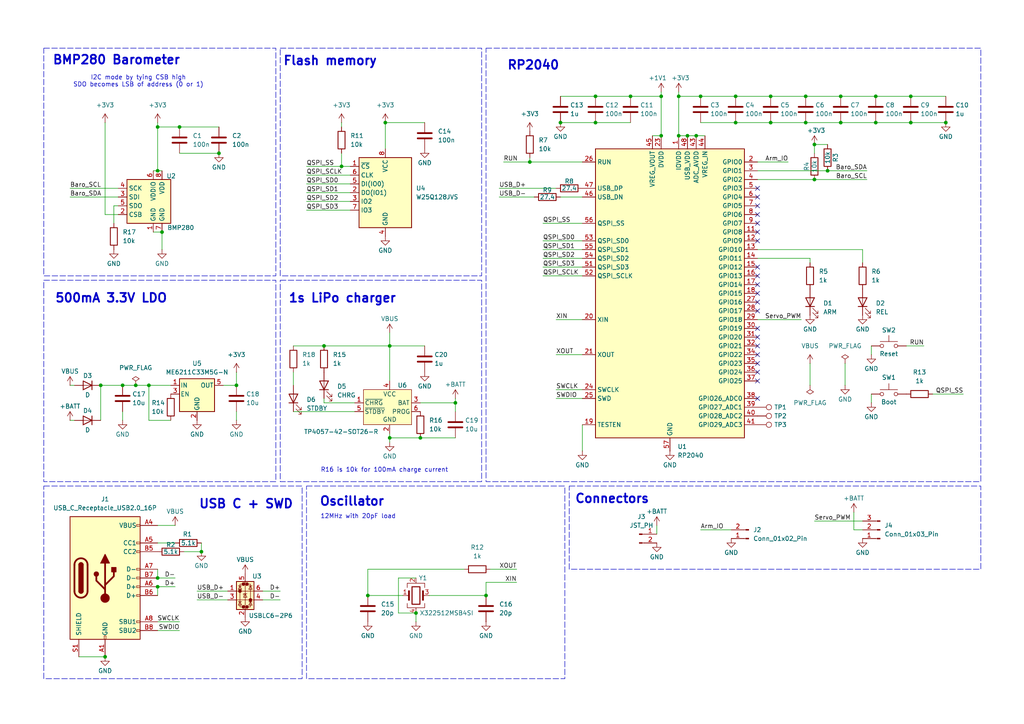
<source format=kicad_sch>
(kicad_sch (version 20231120) (generator "eeschema") (generator_version "8.0")
  (paper "A4")
  (junction (at 132.08 116.84))
  (junction (at 140.97 172.72))
  (junction (at 203.2 27.94))
  (junction (at 236.22 52.07))
  (junction (at 30.48 190.5))
  (junction (at 213.36 27.94))
  (junction (at 93.98 100.33))
  (junction (at 264.16 27.94))
  (junction (at 63.5 44.45))
  (junction (at 43.18 111.76))
  (junction (at 274.32 35.56))
  (junction (at 223.52 35.56))
  (junction (at 120.65 177.8))
  (junction (at 264.16 35.56))
  (junction (at 106.68 172.72))
  (junction (at 39.37 111.76))
  (junction (at 29.21 111.76))
  (junction (at 111.76 35.56))
  (junction (at 236.22 41.91))
  (junction (at 45.72 36.83))
  (junction (at 113.03 127))
  (junction (at 233.68 35.56))
  (junction (at 99.06 48.26))
  (junction (at 68.58 111.76))
  (junction (at 172.72 27.94))
  (junction (at 196.85 39.37))
  (junction (at 191.77 27.94))
  (junction (at 52.07 36.83))
  (junction (at 162.56 35.56))
  (junction (at 199.39 39.37))
  (junction (at 46.99 67.31))
  (junction (at 45.72 167.64))
  (junction (at 213.36 35.56))
  (junction (at 201.93 39.37))
  (junction (at 121.92 127))
  (junction (at 191.77 39.37))
  (junction (at 153.67 46.99))
  (junction (at 243.84 35.56))
  (junction (at 223.52 27.94))
  (junction (at 233.68 27.94))
  (junction (at 45.72 49.53))
  (junction (at 172.72 35.56))
  (junction (at 35.56 111.76))
  (junction (at 240.03 49.53))
  (junction (at 254 35.56))
  (junction (at 243.84 27.94))
  (junction (at 58.42 160.02))
  (junction (at 113.03 100.33))
  (junction (at 196.85 27.94))
  (junction (at 45.72 170.18))
  (junction (at 254 27.94))
  (junction (at 182.88 27.94))
  (no_connect (at 219.71 69.85))
  (no_connect (at 219.71 115.57))
  (no_connect (at 219.71 54.61))
  (no_connect (at 219.71 67.31))
  (no_connect (at 219.71 77.47))
  (no_connect (at 219.71 85.09))
  (no_connect (at 219.71 102.87))
  (no_connect (at 219.71 62.23))
  (no_connect (at 219.71 110.49))
  (no_connect (at 219.71 105.41))
  (no_connect (at 219.71 82.55))
  (no_connect (at 219.71 90.17))
  (no_connect (at 219.71 57.15))
  (no_connect (at 219.71 80.01))
  (no_connect (at 219.71 95.25))
  (no_connect (at 219.71 59.69))
  (no_connect (at 219.71 64.77))
  (no_connect (at 219.71 97.79))
  (no_connect (at 219.71 107.95))
  (no_connect (at 219.71 100.33))
  (no_connect (at 219.71 87.63))
  (wire (pts (xy 45.72 36.83) (xy 52.07 36.83)))
  (wire (pts (xy 270.51 114.3) (xy 279.4 114.3)))
  (wire (pts (xy 243.84 27.94) (xy 254 27.94)))
  (wire (pts (xy 44.45 67.31) (xy 46.99 67.31)))
  (wire (pts (xy 161.29 115.57) (xy 168.91 115.57)))
  (wire (pts (xy 161.29 113.03) (xy 168.91 113.03)))
  (wire (pts (xy 196.85 26.67) (xy 196.85 27.94)))
  (wire (pts (xy 22.86 190.5) (xy 30.48 190.5)))
  (wire (pts (xy 240.03 49.53) (xy 251.46 49.53)))
  (wire (pts (xy 76.2 173.99) (xy 81.28 173.99)))
  (wire (pts (xy 43.18 111.76) (xy 49.53 111.76)))
  (wire (pts (xy 254 27.94) (xy 264.16 27.94)))
  (wire (pts (xy 30.48 35.56) (xy 30.48 62.23)))
  (wire (pts (xy 33.02 59.69) (xy 33.02 64.77)))
  (wire (pts (xy 93.98 116.84) (xy 93.98 115.57)))
  (wire (pts (xy 45.72 170.18) (xy 50.8 170.18)))
  (wire (pts (xy 20.32 54.61) (xy 34.29 54.61)))
  (wire (pts (xy 262.89 100.33) (xy 267.97 100.33)))
  (wire (pts (xy 88.9 58.42) (xy 101.6 58.42)))
  (wire (pts (xy 264.16 35.56) (xy 274.32 35.56)))
  (wire (pts (xy 35.56 119.38) (xy 35.56 121.92)))
  (wire (pts (xy 106.68 165.1) (xy 106.68 172.72)))
  (wire (pts (xy 88.9 53.34) (xy 101.6 53.34)))
  (wire (pts (xy 45.72 35.56) (xy 45.72 36.83)))
  (wire (pts (xy 203.2 153.67) (xy 212.09 153.67)))
  (wire (pts (xy 57.15 173.99) (xy 66.04 173.99)))
  (wire (pts (xy 121.92 116.84) (xy 132.08 116.84)))
  (wire (pts (xy 124.46 172.72) (xy 140.97 172.72)))
  (wire (pts (xy 245.11 105.41) (xy 245.11 111.76)))
  (wire (pts (xy 203.2 35.56) (xy 213.36 35.56)))
  (wire (pts (xy 190.5 154.94) (xy 190.5 152.4)))
  (wire (pts (xy 45.72 167.64) (xy 50.8 167.64)))
  (wire (pts (xy 50.8 157.48) (xy 45.72 157.48)))
  (wire (pts (xy 132.08 119.38) (xy 132.08 116.84)))
  (wire (pts (xy 203.2 27.94) (xy 213.36 27.94)))
  (wire (pts (xy 111.76 43.18) (xy 111.76 35.56)))
  (wire (pts (xy 199.39 39.37) (xy 201.93 39.37)))
  (wire (pts (xy 213.36 35.56) (xy 223.52 35.56)))
  (wire (pts (xy 44.45 49.53) (xy 45.72 49.53)))
  (wire (pts (xy 234.95 74.93) (xy 219.71 74.93)))
  (wire (pts (xy 53.34 160.02) (xy 58.42 160.02)))
  (wire (pts (xy 189.23 39.37) (xy 191.77 39.37)))
  (wire (pts (xy 102.87 116.84) (xy 93.98 116.84)))
  (wire (pts (xy 45.72 36.83) (xy 45.72 49.53)))
  (wire (pts (xy 29.21 111.76) (xy 35.56 111.76)))
  (wire (pts (xy 140.97 168.91) (xy 140.97 172.72)))
  (wire (pts (xy 161.29 92.71) (xy 168.91 92.71)))
  (wire (pts (xy 85.09 111.76) (xy 85.09 107.95)))
  (wire (pts (xy 68.58 121.92) (xy 68.58 119.38)))
  (wire (pts (xy 219.71 92.71) (xy 232.41 92.71)))
  (wire (pts (xy 247.65 153.67) (xy 250.19 153.67)))
  (wire (pts (xy 219.71 72.39) (xy 250.19 72.39)))
  (wire (pts (xy 172.72 27.94) (xy 182.88 27.94)))
  (wire (pts (xy 254 35.56) (xy 264.16 35.56)))
  (wire (pts (xy 223.52 27.94) (xy 233.68 27.94)))
  (wire (pts (xy 213.36 27.94) (xy 223.52 27.94)))
  (wire (pts (xy 234.95 105.41) (xy 234.95 111.76)))
  (wire (pts (xy 191.77 27.94) (xy 191.77 39.37)))
  (wire (pts (xy 252.73 116.84) (xy 252.73 114.3)))
  (wire (pts (xy 219.71 52.07) (xy 236.22 52.07)))
  (wire (pts (xy 45.72 180.34) (xy 52.07 180.34)))
  (wire (pts (xy 201.93 39.37) (xy 204.47 39.37)))
  (wire (pts (xy 236.22 41.91) (xy 240.03 41.91)))
  (wire (pts (xy 121.92 127) (xy 132.08 127)))
  (wire (pts (xy 45.72 152.4) (xy 50.8 152.4)))
  (wire (pts (xy 43.18 121.92) (xy 43.18 111.76)))
  (wire (pts (xy 45.72 165.1) (xy 45.72 167.64)))
  (wire (pts (xy 85.09 100.33) (xy 93.98 100.33)))
  (wire (pts (xy 113.03 96.52) (xy 113.03 100.33)))
  (wire (pts (xy 64.77 111.76) (xy 68.58 111.76)))
  (wire (pts (xy 29.21 111.76) (xy 29.21 121.92)))
  (wire (pts (xy 68.58 107.95) (xy 68.58 111.76)))
  (wire (pts (xy 250.19 72.39) (xy 250.19 76.2)))
  (wire (pts (xy 196.85 39.37) (xy 196.85 27.94)))
  (wire (pts (xy 58.42 157.48) (xy 58.42 160.02)))
  (wire (pts (xy 132.08 116.84) (xy 132.08 115.57)))
  (wire (pts (xy 196.85 39.37) (xy 199.39 39.37)))
  (wire (pts (xy 99.06 48.26) (xy 101.6 48.26)))
  (wire (pts (xy 162.56 57.15) (xy 168.91 57.15)))
  (wire (pts (xy 162.56 35.56) (xy 172.72 35.56)))
  (wire (pts (xy 35.56 111.76) (xy 39.37 111.76)))
  (wire (pts (xy 46.99 72.39) (xy 46.99 67.31)))
  (wire (pts (xy 57.15 171.45) (xy 66.04 171.45)))
  (wire (pts (xy 236.22 52.07) (xy 251.46 52.07)))
  (wire (pts (xy 264.16 27.94) (xy 274.32 27.94)))
  (wire (pts (xy 153.67 46.99) (xy 168.91 46.99)))
  (wire (pts (xy 106.68 172.72) (xy 116.84 172.72)))
  (wire (pts (xy 191.77 26.67) (xy 191.77 27.94)))
  (wire (pts (xy 99.06 35.56) (xy 99.06 36.83)))
  (wire (pts (xy 20.32 111.76) (xy 21.59 111.76)))
  (wire (pts (xy 49.53 121.92) (xy 43.18 121.92)))
  (wire (pts (xy 113.03 127) (xy 121.92 127)))
  (wire (pts (xy 134.62 165.1) (xy 106.68 165.1)))
  (wire (pts (xy 161.29 102.87) (xy 168.91 102.87)))
  (wire (pts (xy 52.07 44.45) (xy 63.5 44.45)))
  (wire (pts (xy 88.9 48.26) (xy 99.06 48.26)))
  (wire (pts (xy 157.48 72.39) (xy 168.91 72.39)))
  (wire (pts (xy 233.68 35.56) (xy 243.84 35.56)))
  (wire (pts (xy 88.9 50.8) (xy 101.6 50.8)))
  (wire (pts (xy 142.24 165.1) (xy 149.86 165.1)))
  (wire (pts (xy 196.85 27.94) (xy 203.2 27.94)))
  (wire (pts (xy 233.68 27.94) (xy 243.84 27.94)))
  (wire (pts (xy 39.37 111.76) (xy 43.18 111.76)))
  (wire (pts (xy 172.72 35.56) (xy 182.88 35.56)))
  (wire (pts (xy 113.03 100.33) (xy 123.19 100.33)))
  (wire (pts (xy 20.32 121.92) (xy 21.59 121.92)))
  (wire (pts (xy 45.72 49.53) (xy 46.99 49.53)))
  (wire (pts (xy 88.9 60.96) (xy 101.6 60.96)))
  (wire (pts (xy 157.48 80.01) (xy 168.91 80.01)))
  (wire (pts (xy 34.29 59.69) (xy 33.02 59.69)))
  (wire (pts (xy 144.78 57.15) (xy 154.94 57.15)))
  (wire (pts (xy 34.29 62.23) (xy 30.48 62.23)))
  (wire (pts (xy 153.67 46.99) (xy 153.67 45.72)))
  (wire (pts (xy 234.95 76.2) (xy 234.95 74.93)))
  (wire (pts (xy 20.32 57.15) (xy 34.29 57.15)))
  (wire (pts (xy 236.22 41.91) (xy 236.22 44.45)))
  (wire (pts (xy 146.05 46.99) (xy 153.67 46.99)))
  (wire (pts (xy 113.03 127) (xy 113.03 125.73)))
  (wire (pts (xy 52.07 36.83) (xy 63.5 36.83)))
  (wire (pts (xy 223.52 35.56) (xy 233.68 35.56)))
  (wire (pts (xy 45.72 170.18) (xy 45.72 172.72)))
  (wire (pts (xy 113.03 128.27) (xy 113.03 127)))
  (wire (pts (xy 157.48 69.85) (xy 168.91 69.85)))
  (wire (pts (xy 252.73 102.87) (xy 252.73 100.33)))
  (wire (pts (xy 162.56 27.94) (xy 172.72 27.94)))
  (wire (pts (xy 236.22 151.13) (xy 250.19 151.13)))
  (wire (pts (xy 243.84 35.56) (xy 254 35.56)))
  (wire (pts (xy 149.86 168.91) (xy 140.97 168.91)))
  (wire (pts (xy 144.78 54.61) (xy 161.29 54.61)))
  (wire (pts (xy 157.48 64.77) (xy 168.91 64.77)))
  (wire (pts (xy 219.71 46.99) (xy 228.6 46.99)))
  (wire (pts (xy 168.91 123.19) (xy 168.91 130.81)))
  (wire (pts (xy 120.65 180.34) (xy 120.65 177.8)))
  (wire (pts (xy 111.76 35.56) (xy 123.19 35.56)))
  (wire (pts (xy 157.48 74.93) (xy 168.91 74.93)))
  (wire (pts (xy 88.9 55.88) (xy 101.6 55.88)))
  (wire (pts (xy 113.03 100.33) (xy 113.03 110.49)))
  (wire (pts (xy 191.77 27.94) (xy 182.88 27.94)))
  (wire (pts (xy 76.2 171.45) (xy 81.28 171.45)))
  (wire (pts (xy 247.65 148.59) (xy 247.65 153.67)))
  (wire (pts (xy 85.09 119.38) (xy 102.87 119.38)))
  (wire (pts (xy 93.98 100.33) (xy 113.03 100.33)))
  (wire (pts (xy 115.57 177.8) (xy 120.65 177.8)))
  (wire (pts (xy 157.48 77.47) (xy 168.91 77.47)))
  (wire (pts (xy 219.71 49.53) (xy 240.03 49.53)))
  (wire (pts (xy 99.06 44.45) (xy 99.06 48.26)))
  (wire (pts (xy 45.72 182.88) (xy 52.07 182.88)))
  (wire (pts (xy 115.57 167.64) (xy 115.57 177.8)))
  (wire (pts (xy 120.65 167.64) (xy 115.57 167.64)))
  (rectangle (start 12.7 81.28) (end 80.01 139.7) (stroke (width 0) (type dash)))
  (rectangle (start 12.7 140.97) (end 87.63 196.85) (stroke (width 0) (type dash)))
  (rectangle (start 165.1 140.97) (end 284.48 165.1) (stroke (width 0) (type dash)))
  (rectangle (start 12.7 13.97) (end 80.01 80.01) (stroke (width 0) (type dash)))
  (rectangle (start 140.97 13.97) (end 284.48 139.7) (stroke (width 0) (type dash)))
  (rectangle (start 81.28 81.28) (end 139.7 139.7) (stroke (width 0) (type dash)))
  (rectangle (start 88.9 140.97) (end 163.83 196.85) (stroke (width 0) (type dash)))
  (rectangle (start 81.28 13.97) (end 139.7 80.01) (stroke (width 0) (type dash)))
  (text "R16 is 10k for 100mA charge current\n" (at 111.506 136.398 0) (effects (font (size 1.27 1.27))))
  (text "RP2040" (at 154.686 19.05 0) (effects (font (size 2.54 2.54) (bold yes))))
  (text "12MHz with 20pF load" (at 103.886 149.86 0) (effects (font (size 1.27 1.27))))
  (text "500mA 3.3V LDO" (at 32.258 86.614 0) (effects (font (size 2.54 2.54) (bold yes))))
  (text "Oscillator" (at 102.108 145.542 0) (effects (font (size 2.54 2.54) (bold yes))))
  (text "1s LiPo charger\n" (at 99.314 86.614 0) (effects (font (size 2.54 2.54) (bold yes))))
  (text "USB C + SWD" (at 71.374 146.304 0) (effects (font (size 2.54 2.54) (bold yes))))
  (text "Flash memory" (at 95.758 17.78 0) (effects (font (size 2.54 2.54) (bold yes))))
  (text "Connectors" (at 177.546 144.78 0) (effects (font (size 2.54 2.54) (bold yes))))
  (text "BMP280 Barometer" (at 33.782 17.526 0) (effects (font (size 2.54 2.54) (bold yes))))
  (text "I2C mode by tying CSB high\nSDO becomes LSB of address (0 or 1)" (at 40.132 23.622 0) (effects (font (size 1.27 1.27))))
  (label "QSPI_SS" (at 279.4 114.3 180))
  (label "XIN" (at 161.29 92.71 0))
  (label "D+" (at 50.8 170.18 180))
  (label "D-" (at 81.28 173.99 180))
  (label "RUN" (at 146.05 46.99 0))
  (label "Arm_IO" (at 228.6 46.99 180))
  (label "Baro_SDA" (at 20.32 57.15 0))
  (label "QSPI_SS" (at 157.48 64.77 0))
  (label "D+" (at 81.28 171.45 180))
  (label "SWCLK" (at 52.07 180.34 180))
  (label "QSPI_SS" (at 88.9 48.26 0))
  (label "QSPI_SD0" (at 157.48 69.85 0))
  (label "QSPI_SD2" (at 88.9 58.42 0))
  (label "USB_D-" (at 57.15 173.99 0))
  (label "XIN" (at 149.86 168.91 180))
  (label "USB_D-" (at 144.78 57.15 0))
  (label "SWCLK" (at 161.29 113.03 0))
  (label "QSPI_SCLK" (at 88.9 50.8 0))
  (label "USB_D+" (at 57.15 171.45 0))
  (label "Baro_SDA" (at 251.46 49.53 180))
  (label "Servo_PWM" (at 236.22 151.13 0))
  (label "QSPI_SD3" (at 88.9 60.96 0))
  (label "SWDIO" (at 52.07 182.88 180))
  (label "QSPI_SD0" (at 88.9 53.34 0))
  (label "USB_D+" (at 144.78 54.61 0))
  (label "QSPI_SD1" (at 88.9 55.88 0))
  (label "QSPI_SD3" (at 157.48 77.47 0))
  (label "XOUT" (at 149.86 165.1 180))
  (label "SWDIO" (at 161.29 115.57 0))
  (label "XOUT" (at 161.29 102.87 0))
  (label "Servo_PWM" (at 232.41 92.71 180))
  (label "Arm_IO" (at 203.2 153.67 0))
  (label "QSPI_SCLK" (at 157.48 80.01 0))
  (label "Baro_SCL" (at 20.32 54.61 0))
  (label "RUN" (at 267.97 100.33 180))
  (label "Baro_SCL" (at 251.46 52.07 180))
  (label "QSPI_SD1" (at 157.48 72.39 0))
  (label "D-" (at 50.8 167.64 180))
  (label "QSPI_SD2" (at 157.48 74.93 0))
  (symbol (lib_id "Device:R") (at 236.22 48.26 180) (unit 1)
    (property "Reference" "R4" (at 233.934 48.26 90))
    (property "Value" "10k" (at 236.22 48.26 90))
    (property "Footprint" "Resistor_SMD:R_0603_1608Metric_Pad0.98x0.95mm_HandSolder" (effects (hide yes)))
    (property "Description" "Resistor" (effects (hide yes)))
  )
  (symbol (lib_id "MCU_RaspberryPi:RP2040") (at 194.31 85.09 0) (unit 1)
    (property "Reference" "U1" (at 196.5041 129.54 0) (effects (justify left)))
    (property "Value" "RP2040" (at 196.5041 132.08 0) (effects (justify left)))
    (property "Footprint" "Package_DFN_QFN:QFN-56-1EP_7x7mm_P0.4mm_EP3.2x3.2mm" (effects (hide yes)))
    (property "Datasheet" "https://datasheets.raspberrypi.com/rp2040/rp2040-datasheet.pdf" (effects (hide yes)))
    (property "Description" "A microcontroller by Raspberry Pi" (effects (hide yes)))
  )
  (symbol (lib_id "power:GND") (at 111.76 68.58 0) (unit 1)
    (property "Reference" "#PWR022" (effects (hide yes)))
    (property "Value" "GND" (at 111.76 72.644 0))
    (property "Description" "Power symbol creates a global label with name \"GND\" , ground" (effects (hide yes)))
  )
  (symbol (lib_id "Device:LED") (at 234.95 87.63 90) (unit 1)
    (property "Reference" "D1" (at 238.76 87.9474 90) (effects (justify right)))
    (property "Value" "ARM" (at 238.76 90.4874 90) (effects (justify right)))
    (property "Footprint" "LED_SMD:LED_0603_1608Metric_Pad1.05x0.95mm_HandSolder" (effects (hide yes)))
    (property "Description" "Light emitting diode" (effects (hide yes)))
  )
  (symbol (lib_id "Device:R") (at 250.19 80.01 0) (unit 1)
    (property "Reference" "R6" (at 252.73 78.7399 0) (effects (justify left)))
    (property "Value" "1k" (at 252.73 81.2799 0) (effects (justify left)))
    (property "Footprint" "Resistor_SMD:R_0603_1608Metric_Pad0.98x0.95mm_HandSolder" (effects (hide yes)))
    (property "Description" "Resistor" (effects (hide yes)))
  )
  (symbol (lib_id "power:GND") (at 168.91 130.81 0) (unit 1)
    (property "Reference" "#PWR07" (effects (hide yes)))
    (property "Value" "GND" (at 168.91 134.874 0))
    (property "Description" "Power symbol creates a global label with name \"GND\" , ground" (effects (hide yes)))
  )
  (symbol (lib_id "Device:R") (at 93.98 104.14 0) (unit 1)
    (property "Reference" "R15" (at 96.52 102.8699 0) (effects (justify left)))
    (property "Value" "1k" (at 96.52 105.4099 0) (effects (justify left)))
    (property "Footprint" "Resistor_SMD:R_0603_1608Metric_Pad0.98x0.95mm_HandSolder" (effects (hide yes)))
    (property "Description" "Resistor" (effects (hide yes)))
  )
  (symbol (lib_id "power:VBUS") (at 71.12 166.37 0) (unit 1)
    (property "Reference" "#PWR02" (effects (hide yes)))
    (property "Value" "VBUS" (at 71.12 162.306 0))
    (property "Description" "Power symbol creates a global label with name \"VBUS\"" (effects (hide yes)))
  )
  (symbol (lib_id "power:+1V1") (at 191.77 26.67 0) (unit 1)
    (property "Reference" "#PWR019" (effects (hide yes)))
    (property "Value" "+1V1" (at 190.754 22.606 0))
    (property "Description" "Power symbol creates a global label with name \"+1V1\"" (effects (hide yes)))
  )
  (symbol (lib_id "power:GND") (at 250.19 156.21 0) (unit 1)
    (property "Reference" "#PWR043" (effects (hide yes)))
    (property "Value" "GND" (at 250.19 160.274 0))
    (property "Description" "Power symbol creates a global label with name \"GND\" , ground" (effects (hide yes)))
  )
  (symbol (lib_id "Connector:USB_C_Receptacle_USB2.0_16P") (at 30.48 167.64 0) (unit 1)
    (property "Reference" "J1" (at 30.48 144.78 0))
    (property "Value" "USB_C_Receptacle_USB2.0_16P" (at 30.48 147.32 0))
    (property "Footprint" "Connector_USB:USB_C_Receptacle_GCT_USB4105-xx-A_16P_TopMnt_Horizontal" (effects (hide yes)))
    (property "Datasheet" "https://www.usb.org/sites/default/files/documents/usb_type-c.zip" (effects (hide yes)))
    (property "Description" "USB 2.0-only 16P Type-C Receptacle connector" (effects (hide yes)))
  )
  (symbol (lib_id "Device:R") (at 240.03 45.72 0) (unit 1)
    (property "Reference" "R3" (at 242.316 45.72 90))
    (property "Value" "10k" (at 240.03 45.72 90))
    (property "Footprint" "Resistor_SMD:R_0603_1608Metric_Pad0.98x0.95mm_HandSolder" (effects (hide yes)))
    (property "Description" "Resistor" (effects (hide yes)))
  )
  (symbol (lib_id "power:GND") (at 212.09 156.21 0) (unit 1)
    (property "Reference" "#PWR021" (effects (hide yes)))
    (property "Value" "GND" (at 212.09 160.274 0))
    (property "Description" "Power symbol creates a global label with name \"GND\" , ground" (effects (hide yes)))
  )
  (symbol (lib_id "Connector:TestPoint") (at 219.71 123.19 270) (unit 1)
    (property "Reference" "TP3" (at 224.536 123.19 90) (effects (justify left)))
    (property "Value" "TestPoint" (effects (hide yes)))
    (property "Footprint" "TestPoint:TestPoint_Pad_D1.0mm" (effects (hide yes)))
    (property "Description" "test point" (effects (hide yes)))
  )
  (symbol (lib_id "power:GND") (at 58.42 160.02 0) (unit 1)
    (property "Reference" "#PWR05" (effects (hide yes)))
    (property "Value" "GND" (at 58.42 164.084 0))
    (property "Description" "Power symbol creates a global label with name \"GND\" , ground" (effects (hide yes)))
  )
  (symbol (lib_id "Connector:Conn_01x02_Pin") (at 185.42 154.94 0) (unit 1)
    (property "Reference" "J3" (at 186.055 149.86 0))
    (property "Value" "JST_PH" (at 186.055 152.4 0))
    (property "Footprint" "Connector_JST:JST_PH_S2B-PH-SM4-TB_1x02-1MP_P2.00mm_Horizontal" (effects (hide yes)))
    (property "Description" "Generic connector, single row, 01x02, script generated" (effects (hide yes)))
  )
  (symbol (lib_id "Connector:Conn_01x02_Pin") (at 217.17 156.21 180) (unit 1)
    (property "Reference" "J2" (at 218.44 153.6699 0) (effects (justify right)))
    (property "Value" "Conn_01x02_Pin" (at 218.44 156.2099 0) (effects (justify right)))
    (property "Footprint" "Connector_PinHeader_2.54mm:PinHeader_1x02_P2.54mm_Vertical" (effects (hide yes)))
    (property "Description" "Generic connector, single row, 01x02, script generated" (effects (hide yes)))
  )
  (symbol (lib_id "power:GND") (at 33.02 72.39 0) (unit 1)
    (property "Reference" "#PWR013" (effects (hide yes)))
    (property "Value" "GND" (at 33.02 76.454 0))
    (property "Description" "Power symbol creates a global label with name \"GND\" , ground" (effects (hide yes)))
  )
  (symbol (lib_id "Device:R") (at 49.53 160.02 90) (unit 1)
    (property "Reference" "R2" (at 49.53 157.988 90))
    (property "Value" "5.1k" (at 49.53 160.02 90))
    (property "Footprint" "Resistor_SMD:R_0603_1608Metric_Pad0.98x0.95mm_HandSolder" (effects (hide yes)))
    (property "Description" "Resistor" (effects (hide yes)))
  )
  (symbol (lib_id "Device:R") (at 54.61 157.48 90) (unit 1)
    (property "Reference" "R1" (at 54.356 154.94 90))
    (property "Value" "5.1k" (at 54.61 157.48 90))
    (property "Footprint" "Resistor_SMD:R_0603_1608Metric_Pad0.98x0.95mm_HandSolder" (effects (hide yes)))
    (property "Description" "Resistor" (effects (hide yes)))
  )
  (symbol (lib_id "power:GND") (at 194.31 130.81 0) (unit 1)
    (property "Reference" "#PWR06" (effects (hide yes)))
    (property "Value" "GND" (at 194.31 134.874 0))
    (property "Description" "Power symbol creates a global label with name \"GND\" , ground" (effects (hide yes)))
  )
  (symbol (lib_id "power:GND") (at 123.19 43.18 0) (unit 1)
    (property "Reference" "#PWR023" (effects (hide yes)))
    (property "Value" "GND" (at 123.19 47.244 0))
    (property "Description" "Power symbol creates a global label with name \"GND\" , ground" (effects (hide yes)))
  )
  (symbol (lib_id "Connector:TestPoint") (at 219.71 118.11 270) (unit 1)
    (property "Reference" "TP1" (at 224.536 118.11 90) (effects (justify left)))
    (property "Value" "TestPoint" (effects (hide yes)))
    (property "Footprint" "TestPoint:TestPoint_Pad_D1.0mm" (effects (hide yes)))
    (property "Description" "test point" (effects (hide yes)))
  )
  (symbol (lib_id "power:GND") (at 140.97 180.34 0) (unit 1)
    (property "Reference" "#PWR027" (effects (hide yes)))
    (property "Value" "GND" (at 140.97 184.404 0))
    (property "Description" "Power symbol creates a global label with name \"GND\" , ground" (effects (hide yes)))
  )
  (symbol (lib_id "Device:C") (at 123.19 104.14 0) (unit 1)
    (property "Reference" "C20" (at 125.984 102.87 0) (effects (justify left)))
    (property "Value" "1u" (at 125.984 105.41 0) (effects (justify left)))
    (property "Footprint" "Capacitor_SMD:C_0402_1005Metric_Pad0.74x0.62mm_HandSolder" (effects (hide yes)))
    (property "Description" "Unpolarized capacitor" (effects (hide yes)))
  )
  (symbol (lib_id "Device:C") (at 233.68 31.75 0) (unit 1)
    (property "Reference" "C6" (at 236.474 30.48 0) (effects (justify left)))
    (property "Value" "100n" (at 236.474 33.02 0) (effects (justify left)))
    (property "Footprint" "Capacitor_SMD:C_0402_1005Metric_Pad0.74x0.62mm_HandSolder" (effects (hide yes)))
    (property "Description" "Unpolarized capacitor" (effects (hide yes)))
  )
  (symbol (lib_id "Device:D") (at 25.4 111.76 180) (unit 1)
    (property "Reference" "D3" (at 25.4 108.966 0))
    (property "Value" "D" (at 25.4 114.554 0))
    (property "Footprint" "Diode_SMD:D_SOD-323_HandSoldering" (effects (hide yes)))
    (property "Description" "Diode" (effects (hide yes)))
    (property "Sim.Device" "D" (effects (hide yes)))
    (property "Sim.Pins" "1=K 2=A" (effects (hide yes)))
  )
  (symbol (lib_id "power:GND") (at 250.19 91.44 0) (unit 1)
    (property "Reference" "#PWR015" (effects (hide yes)))
    (property "Value" "GND" (at 250.19 95.504 0))
    (property "Description" "Power symbol creates a global label with name \"GND\" , ground" (effects (hide yes)))
  )
  (symbol (lib_id "power:GND") (at 46.99 72.39 0) (unit 1)
    (property "Reference" "#PWR08" (effects (hide yes)))
    (property "Value" "GND" (at 46.99 76.454 0))
    (property "Description" "Power symbol creates a global label with name \"GND\" , ground" (effects (hide yes)))
  )
  (symbol (lib_id "Connector:Conn_01x03_Pin") (at 255.27 153.67 180) (unit 1)
    (property "Reference" "J4" (at 256.54 152.3999 0) (effects (justify right)))
    (property "Value" "Conn_01x03_Pin" (at 256.54 154.9399 0) (effects (justify right)))
    (property "Footprint" "Connector_PinHeader_2.54mm:PinHeader_1x03_P2.54mm_Vertical" (effects (hide yes)))
    (property "Description" "Generic connector, single row, 01x03, script generated" (effects (hide yes)))
  )
  (symbol (lib_id "Connector:TestPoint") (at 219.71 120.65 270) (unit 1)
    (property "Reference" "TP2" (at 224.536 120.65 90) (effects (justify left)))
    (property "Value" "TestPoint" (effects (hide yes)))
    (property "Footprint" "TestPoint:TestPoint_Pad_D1.0mm" (effects (hide yes)))
    (property "Description" "test point" (effects (hide yes)))
  )
  (symbol (lib_id "power:+BATT") (at 132.08 115.57 0) (unit 1)
    (property "Reference" "#PWR037" (effects (hide yes)))
    (property "Value" "+BATT" (at 132.08 111.506 0))
    (property "Description" "Power symbol creates a global label with name \"+BATT\"" (effects (hide yes)))
  )
  (symbol (lib_id "Device:C") (at 132.08 123.19 0) (unit 1)
    (property "Reference" "C19" (at 134.874 121.92 0) (effects (justify left)))
    (property "Value" "10u" (at 134.874 124.46 0) (effects (justify left)))
    (property "Footprint" "Capacitor_SMD:C_0603_1608Metric_Pad1.08x0.95mm_HandSolder" (effects (hide yes)))
    (property "Description" "Unpolarized capacitor" (effects (hide yes)))
  )
  (symbol (lib_id "power:GND") (at 162.56 35.56 0) (unit 1)
    (property "Reference" "#PWR017" (effects (hide yes)))
    (property "Value" "GND" (at 162.56 39.624 0))
    (property "Description" "Power symbol creates a global label with name \"GND\" , ground" (effects (hide yes)))
  )
  (symbol (lib_id "Device:LED") (at 85.09 115.57 90) (unit 1)
    (property "Reference" "D6" (at 88.9 115.8874 90) (effects (justify right)))
    (property "Value" "STDBY" (at 88.9 118.4274 90) (effects (justify right)))
    (property "Footprint" "LED_SMD:LED_0603_1608Metric_Pad1.05x0.95mm_HandSolder" (effects (hide yes)))
    (property "Description" "Light emitting diode" (effects (hide yes)))
  )
  (symbol (lib_id "power:+3V3") (at 68.58 107.95 0) (unit 1)
    (property "Reference" "#PWR033" (effects (hide yes)))
    (property "Value" "+3V3" (at 68.58 102.87 0))
    (property "Description" "Power symbol creates a global label with name \"+3V3\"" (effects (hide yes)))
  )
  (symbol (lib_id "Device:C") (at 274.32 31.75 0) (unit 1)
    (property "Reference" "C10" (at 277.114 30.48 0) (effects (justify left)))
    (property "Value" "1u" (at 277.114 33.02 0) (effects (justify left)))
    (property "Footprint" "Capacitor_SMD:C_0402_1005Metric_Pad0.74x0.62mm_HandSolder" (effects (hide yes)))
    (property "Description" "Unpolarized capacitor" (effects (hide yes)))
  )
  (symbol (lib_id "power:VBUS") (at 234.95 105.41 0) (unit 1)
    (property "Reference" "#PWR044" (effects (hide yes)))
    (property "Value" "VBUS" (at 234.95 100.33 0))
    (property "Description" "Power symbol creates a global label with name \"VBUS\"" (effects (hide yes)))
  )
  (symbol (lib_id "power:GND") (at 190.5 157.48 0) (unit 1)
    (property "Reference" "#PWR040" (effects (hide yes)))
    (property "Value" "GND" (at 190.5 161.544 0))
    (property "Description" "Power symbol creates a global label with name \"GND\" , ground" (effects (hide yes)))
  )
  (symbol (lib_id "power:+3V3") (at 30.48 35.56 0) (unit 1)
    (property "Reference" "#PWR012" (effects (hide yes)))
    (property "Value" "+3V3" (at 30.48 30.48 0))
    (property "Description" "Power symbol creates a global label with name \"+3V3\"" (effects (hide yes)))
  )
  (symbol (lib_id "power:GND") (at 113.03 128.27 0) (unit 1)
    (property "Reference" "#PWR036" (effects (hide yes)))
    (property "Value" "GND" (at 113.03 132.334 0))
    (property "Description" "Power symbol creates a global label with name \"GND\" , ground" (effects (hide yes)))
  )
  (symbol (lib_id "power:VBUS") (at 50.8 152.4 0) (unit 1)
    (property "Reference" "#PWR04" (effects (hide yes)))
    (property "Value" "VBUS" (at 50.8 148.336 0))
    (property "Description" "Power symbol creates a global label with name \"VBUS\"" (effects (hide yes)))
  )
  (symbol (lib_id "Device:C") (at 63.5 40.64 0) (unit 1)
    (property "Reference" "C2" (at 67.31 39.3699 0) (effects (justify left)))
    (property "Value" "100n" (at 67.31 41.9099 0) (effects (justify left)))
    (property "Footprint" "Capacitor_SMD:C_0402_1005Metric_Pad0.74x0.62mm_HandSolder" (effects (hide yes)))
    (property "Description" "Unpolarized capacitor" (effects (hide yes)))
  )
  (symbol (lib_id "Device:C") (at 68.58 115.57 0) (unit 1)
    (property "Reference" "C18" (at 71.374 114.3 0) (effects (justify left)))
    (property "Value" "10u" (at 71.374 116.84 0) (effects (justify left)))
    (property "Footprint" "Capacitor_SMD:C_0603_1608Metric_Pad1.08x0.95mm_HandSolder" (effects (hide yes)))
    (property "Description" "Unpolarized capacitor" (effects (hide yes)))
  )
  (symbol (lib_id "Power_Management:TP4057-42-SOT26-R") (at 105.41 113.03 0) (unit 1)
    (property "Reference" "U6" (at 115.316 111.76 0) (effects (justify left)))
    (property "Value" "TP4057-42-SOT26-R" (at 88.138 125.222 0) (effects (justify left)))
    (property "Footprint" "Package_TO_SOT_SMD:SOT-23-6" (effects (hide yes)))
  )
  (symbol (lib_id "Device:C") (at 140.97 176.53 0) (unit 1)
    (property "Reference" "C16" (at 144.78 175.2599 0) (effects (justify left)))
    (property "Value" "20p" (at 144.78 177.7999 0) (effects (justify left)))
    (property "Footprint" "Capacitor_SMD:C_0402_1005Metric_Pad0.74x0.62mm_HandSolder" (effects (hide yes)))
    (property "Description" "Unpolarized capacitor" (effects (hide yes)))
  )
  (symbol (lib_id "power:PWR_FLAG") (at 39.37 111.76 0) (unit 1)
    (property "Reference" "#FLG03" (effects (hide yes)))
    (property "Value" "PWR_FLAG" (at 39.37 106.68 0))
    (property "Description" "Special symbol for telling ERC where power comes from" (effects (hide yes)))
  )
  (symbol (lib_id "power:GND") (at 245.11 111.76 0) (unit 1)
    (property "Reference" "#PWR045" (effects (hide yes)))
    (property "Value" "GND" (at 245.11 115.824 0))
    (property "Description" "Power symbol creates a global label with name \"GND\" , ground" (effects (hide yes)))
  )
  (symbol (lib_id "Device:R") (at 49.53 118.11 0) (unit 1)
    (property "Reference" "R14" (at 43.942 116.84 0) (effects (justify left)))
    (property "Value" "10k" (at 43.942 119.38 0) (effects (justify left)))
    (property "Footprint" "Resistor_SMD:R_0603_1608Metric_Pad0.98x0.95mm_HandSolder" (effects (hide yes)))
    (property "Description" "Resistor" (effects (hide yes)))
  )
  (symbol (lib_id "Device:C") (at 106.68 176.53 0) (unit 1)
    (property "Reference" "C15" (at 110.49 175.2599 0) (effects (justify left)))
    (property "Value" "20p" (at 110.49 177.7999 0) (effects (justify left)))
    (property "Footprint" "Capacitor_SMD:C_0402_1005Metric_Pad0.74x0.62mm_HandSolder" (effects (hide yes)))
    (property "Description" "Unpolarized capacitor" (effects (hide yes)))
  )
  (symbol (lib_id "Device:LED") (at 93.98 111.76 90) (unit 1)
    (property "Reference" "D5" (at 97.79 112.0774 90) (effects (justify right)))
    (property "Value" "CHRG" (at 97.79 114.6174 90) (effects (justify right)))
    (property "Footprint" "LED_SMD:LED_0603_1608Metric_Pad1.05x0.95mm_HandSolder" (effects (hide yes)))
    (property "Description" "Light emitting diode" (effects (hide yes)))
  )
  (symbol (lib_id "Device:C") (at 123.19 39.37 0) (unit 1)
    (property "Reference" "C14" (at 127 38.0999 0) (effects (justify left)))
    (property "Value" "100n" (at 127 40.6399 0) (effects (justify left)))
    (property "Footprint" "Capacitor_SMD:C_0402_1005Metric_Pad0.74x0.62mm_HandSolder" (effects (hide yes)))
    (property "Description" "Unpolarized capacitor" (effects (hide yes)))
  )
  (symbol (lib_id "Memory_Flash:W25Q128JVS") (at 111.76 55.88 0) (unit 1)
    (property "Reference" "U4" (at 120.65 54.6099 0) (effects (justify left)))
    (property "Value" "W25Q128JVS" (at 120.65 57.1499 0) (effects (justify left)))
    (property "Footprint" "Package_SO:SOIC-8_5.23x5.23mm_P1.27mm" (effects (hide yes)))
    (property "Datasheet" "http://www.winbond.com/resource-files/w25q128jv_dtr%20revc%2003272018%20plus.pdf" (effects (hide yes)))
    (property "Description" "128Mb Serial Flash Memory, Standard/Dual/Quad SPI, SOIC-8" (effects (hide yes)))
  )
  (symbol (lib_id "Switch:SW_Push") (at 257.81 114.3 0) (unit 1)
    (property "Reference" "SW1" (at 257.81 109.474 0))
    (property "Value" "Boot" (at 257.81 116.586 0))
    (property "Footprint" "Button_Switch_SMD:SW_SPST_B3U-1000P" (effects (hide yes)))
    (property "Description" "Push button switch, generic, two pins" (effects (hide yes)))
  )
  (symbol (lib_id "power:+3V3") (at 196.85 26.67 0) (unit 1)
    (property "Reference" "#PWR020" (effects (hide yes)))
    (property "Value" "+3V3" (at 197.358 22.606 0))
    (property "Description" "Power symbol creates a global label with name \"+3V3\"" (effects (hide yes)))
  )
  (symbol (lib_id "power:VBUS") (at 20.32 111.76 0) (unit 1)
    (property "Reference" "#PWR034" (effects (hide yes)))
    (property "Value" "VBUS" (at 20.32 107.696 0))
    (property "Description" "Power symbol creates a global label with name \"VBUS\"" (effects (hide yes)))
  )
  (symbol (lib_id "Device:D") (at 25.4 121.92 180) (unit 1)
    (property "Reference" "D4" (at 25.4 119.126 0))
    (property "Value" "D" (at 25.4 124.714 0))
    (property "Footprint" "Diode_SMD:D_SOD-323_HandSoldering" (effects (hide yes)))
    (property "Description" "Diode" (effects (hide yes)))
    (property "Sim.Device" "D" (effects (hide yes)))
    (property "Sim.Pins" "1=K 2=A" (effects (hide yes)))
  )
  (symbol (lib_id "power:GND") (at 123.19 107.95 0) (unit 1)
    (property "Reference" "#PWR038" (effects (hide yes)))
    (property "Value" "GND" (at 123.19 112.014 0))
    (property "Description" "Power symbol creates a global label with name \"GND\" , ground" (effects (hide yes)))
  )
  (symbol (lib_id "Regulator_Linear:TLV75533PDBV") (at 57.15 114.3 0) (unit 1)
    (property "Reference" "U5" (at 57.15 105.41 0))
    (property "Value" "ME6211C33M5G-N" (at 57.15 107.95 0))
    (property "Footprint" "Package_TO_SOT_SMD:SOT-23-5" (effects (hide yes)))
    (property "Datasheet" "http://www.ti.com/lit/ds/symlink/tlv755p.pdf" (effects (hide yes)))
    (property "Description" "500mA Low Dropout Voltage Regulator, Fixed Output 3.3V, SOT-23-5" (effects (hide yes)))
  )
  (symbol (lib_id "Device:R") (at 33.02 68.58 0) (unit 1)
    (property "Reference" "R17" (at 35.56 67.3099 0) (effects (justify left)))
    (property "Value" "10k" (at 35.56 69.8499 0) (effects (justify left)))
    (property "Footprint" "Resistor_SMD:R_0603_1608Metric_Pad0.98x0.95mm_HandSolder" (effects (hide yes)))
    (property "Description" "Resistor" (effects (hide yes)))
  )
  (symbol (lib_id "Device:C") (at 52.07 40.64 0) (unit 1)
    (property "Reference" "C1" (at 55.88 39.3699 0) (effects (justify left)))
    (property "Value" "100n" (at 55.88 41.9099 0) (effects (justify left)))
    (property "Footprint" "Capacitor_SMD:C_0402_1005Metric_Pad0.74x0.62mm_HandSolder" (effects (hide yes)))
    (property "Description" "Unpolarized capacitor" (effects (hide yes)))
  )
  (symbol (lib_id "Device:C") (at 203.2 31.75 0) (unit 1)
    (property "Reference" "C3" (at 205.994 30.48 0) (effects (justify left)))
    (property "Value" "100n" (at 205.994 33.02 0) (effects (justify left)))
    (property "Footprint" "Capacitor_SMD:C_0402_1005Metric_Pad0.74x0.62mm_HandSolder" (effects (hide yes)))
    (property "Description" "Unpolarized capacitor" (effects (hide yes)))
  )
  (symbol (lib_id "Device:C") (at 264.16 31.75 0) (unit 1)
    (property "Reference" "C9" (at 266.954 30.48 0) (effects (justify left)))
    (property "Value" "100n" (at 266.954 33.02 0) (effects (justify left)))
    (property "Footprint" "Capacitor_SMD:C_0402_1005Metric_Pad0.74x0.62mm_HandSolder" (effects (hide yes)))
    (property "Description" "Unpolarized capacitor" (effects (hide yes)))
  )
  (symbol (lib_id "power:GND") (at 252.73 116.84 0) (unit 1)
    (property "Reference" "#PWR028" (effects (hide yes)))
    (property "Value" "GND" (at 252.73 120.904 0))
    (property "Description" "Power symbol creates a global label with name \"GND\" , ground" (effects (hide yes)))
  )
  (symbol (lib_id "Device:C") (at 254 31.75 0) (unit 1)
    (property "Reference" "C8" (at 256.794 30.48 0) (effects (justify left)))
    (property "Value" "100n" (at 256.794 33.02 0) (effects (justify left)))
    (property "Footprint" "Capacitor_SMD:C_0402_1005Metric_Pad0.74x0.62mm_HandSolder" (effects (hide yes)))
    (property "Description" "Unpolarized capacitor" (effects (hide yes)))
  )
  (symbol (lib_id "power:VBUS") (at 113.03 96.52 0) (unit 1)
    (property "Reference" "#PWR039" (effects (hide yes)))
    (property "Value" "VBUS" (at 113.03 92.456 0))
    (property "Description" "Power symbol creates a global label with name \"VBUS\"" (effects (hide yes)))
  )
  (symbol (lib_id "Device:R") (at 153.67 41.91 0) (unit 1)
    (property "Reference" "R7" (at 156.21 40.6399 0) (effects (justify left)))
    (property "Value" "10k" (at 156.21 43.1799 0) (effects (justify left)))
    (property "Footprint" "Resistor_SMD:R_0603_1608Metric_Pad0.98x0.95mm_HandSolder" (effects (hide yes)))
    (property "Description" "Resistor" (effects (hide yes)))
  )
  (symbol (lib_id "Device:Crystal_GND24") (at 120.65 172.72 0) (unit 1)
    (property "Reference" "Y1" (at 122.682 167.64 0))
    (property "Value" "X322512MSB4SI" (at 129.54 177.8 0))
    (property "Footprint" "Crystal:Crystal_SMD_3225-4Pin_3.2x2.5mm" (effects (hide yes)))
    (property "Description" "Four pin crystal, GND on pins 2 and 4" (effects (hide yes)))
  )
  (symbol (lib_id "power:PWR_FLAG") (at 245.11 105.41 0) (unit 1)
    (property "Reference" "#FLG02" (effects (hide yes)))
    (property "Value" "PWR_FLAG" (at 245.11 100.33 0))
    (property "Description" "Special symbol for telling ERC where power comes from" (effects (hide yes)))
  )
  (symbol (lib_id "power:GND") (at 35.56 121.92 0) (unit 1)
    (property "Reference" "#PWR032" (effects (hide yes)))
    (property "Value" "GND" (at 35.56 125.984 0))
    (property "Description" "Power symbol creates a global label with name \"GND\" , ground" (effects (hide yes)))
  )
  (symbol (lib_id "power:GND") (at 106.68 180.34 0) (unit 1)
    (property "Reference" "#PWR026" (effects (hide yes)))
    (property "Value" "GND" (at 106.68 184.404 0))
    (property "Description" "Power symbol creates a global label with name \"GND\" , ground" (effects (hide yes)))
  )
  (symbol (lib_id "power:GND") (at 274.32 35.56 0) (unit 1)
    (property "Reference" "#PWR016" (effects (hide yes)))
    (property "Value" "GND" (at 274.32 39.624 0))
    (property "Description" "Power symbol creates a global label with name \"GND\" , ground" (effects (hide yes)))
  )
  (symbol (lib_id "power:GND") (at 71.12 179.07 0) (unit 1)
    (property "Reference" "#PWR01" (effects (hide yes)))
    (property "Value" "GND" (at 71.12 183.134 0))
    (property "Description" "Power symbol creates a global label with name \"GND\" , ground" (effects (hide yes)))
  )
  (symbol (lib_id "power:+BATT") (at 190.5 152.4 0) (unit 1)
    (property "Reference" "#PWR041" (effects (hide yes)))
    (property "Value" "+BATT" (at 190.5 148.336 0))
    (property "Description" "Power symbol creates a global label with name \"+BATT\"" (effects (hide yes)))
  )
  (symbol (lib_id "power:GND") (at 57.15 121.92 0) (unit 1)
    (property "Reference" "#PWR031" (effects (hide yes)))
    (property "Value" "GND" (at 57.15 125.984 0))
    (property "Description" "Power symbol creates a global label with name \"GND\" , ground" (effects (hide yes)))
  )
  (symbol (lib_id "Device:R") (at 99.06 40.64 0) (unit 1)
    (property "Reference" "R11" (at 101.6 39.3699 0) (effects (justify left)))
    (property "Value" "10k" (at 101.6 41.9099 0) (effects (justify left)))
    (property "Footprint" "Resistor_SMD:R_0603_1608Metric_Pad0.98x0.95mm_HandSolder" (effects (hide yes)))
    (property "Description" "Resistor" (effects (hide yes)))
  )
  (symbol (lib_id "power:GND") (at 120.65 180.34 0) (unit 1)
    (property "Reference" "#PWR025" (effects (hide yes)))
    (property "Value" "GND" (at 120.65 184.404 0))
    (property "Description" "Power symbol creates a global label with name \"GND\" , ground" (effects (hide yes)))
  )
  (symbol (lib_id "power:GND") (at 252.73 102.87 0) (unit 1)
    (property "Reference" "#PWR029" (effects (hide yes)))
    (property "Value" "GND" (at 252.73 106.934 0))
    (property "Description" "Power symbol creates a global label with name \"GND\" , ground" (effects (hide yes)))
  )
  (symbol (lib_id "Device:C") (at 35.56 115.57 0) (unit 1)
    (property "Reference" "C17" (at 38.354 114.3 0) (effects (justify left)))
    (property "Value" "10u" (at 38.354 116.84 0) (effects (justify left)))
    (property "Footprint" "Capacitor_SMD:C_0603_1608Metric_Pad1.08x0.95mm_HandSolder" (effects (hide yes)))
    (property "Description" "Unpolarized capacitor" (effects (hide yes)))
  )
  (symbol (lib_id "power:PWR_FLAG") (at 234.95 111.76 180) (unit 1)
    (property "Reference" "#FLG01" (effects (hide yes)))
    (property "Value" "PWR_FLAG" (at 234.95 116.84 0))
    (property "Description" "Special symbol for telling ERC where power comes from" (effects (hide yes)))
  )
  (symbol (lib_id "Device:R") (at 234.95 80.01 0) (unit 1)
    (property "Reference" "R5" (at 237.49 78.7399 0) (effects (justify left)))
    (property "Value" "1k" (at 237.49 81.2799 0) (effects (justify left)))
    (property "Footprint" "Resistor_SMD:R_0603_1608Metric_Pad0.98x0.95mm_HandSolder" (effects (hide yes)))
    (property "Description" "Resistor" (effects (hide yes)))
  )
  (symbol (lib_id "Device:C") (at 172.72 31.75 0) (unit 1)
    (property "Reference" "C12" (at 175.514 30.48 0) (effects (justify left)))
    (property "Value" "100n" (at 175.514 33.02 0) (effects (justify left)))
    (property "Footprint" "Capacitor_SMD:C_0402_1005Metric_Pad0.74x0.62mm_HandSolder" (effects (hide yes)))
    (property "Description" "Unpolarized capacitor" (effects (hide yes)))
  )
  (symbol (lib_id "Device:R") (at 138.43 165.1 90) (unit 1)
    (property "Reference" "R12" (at 138.43 158.75 90))
    (property "Value" "1k" (at 138.43 161.29 90))
    (property "Footprint" "Resistor_SMD:R_0603_1608Metric_Pad0.98x0.95mm_HandSolder" (effects (hide yes)))
    (property "Description" "Resistor" (effects (hide yes)))
  )
  (symbol (lib_id "Device:R") (at 266.7 114.3 90) (unit 1)
    (property "Reference" "R13" (at 266.7 107.95 90))
    (property "Value" "1k" (at 266.7 110.49 90))
    (property "Footprint" "Resistor_SMD:R_0603_1608Metric_Pad0.98x0.95mm_HandSolder" (effects (hide yes)))
    (property "Description" "Resistor" (effects (hide yes)))
  )
  (symbol (lib_id "Power_Protection:USBLC6-2P6") (at 71.12 171.45 0) (unit 1)
    (property "Reference" "U3" (at 73.152 167.132 0) (effects (justify left)))
    (property "Value" "USBLC6-2P6" (at 72.136 178.562 0) (effects (justify left)))
    (property "Footprint" "Package_TO_SOT_SMD:SOT-666" (effects (hide yes)))
    (property "Datasheet" "https://www.st.com/resource/en/datasheet/usblc6-2.pdf" (effects (hide yes)))
    (property "Description" "Very low capacitance ESD protection diode, 2 data-line, SOT-666" (effects (hide yes)))
  )
  (symbol (lib_id "Device:C") (at 223.52 31.75 0) (unit 1)
    (property "Reference" "C5" (at 226.314 30.48 0) (effects (justify left)))
    (property "Value" "100n" (at 226.314 33.02 0) (effects (justify left)))
    (property "Footprint" "Capacitor_SMD:C_0402_1005Metric_Pad0.74x0.62mm_HandSolder" (effects (hide yes)))
    (property "Description" "Unpolarized capacitor" (effects (hide yes)))
  )
  (symbol (lib_id "power:+BATT") (at 20.32 121.92 0) (unit 1)
    (property "Reference" "#PWR035" (effects (hide yes)))
    (property "Value" "+BATT" (at 20.32 117.856 0))
    (property "Description" "Power symbol creates a global label with name \"+BATT\"" (effects (hide yes)))
  )
  (symbol (lib_id "power:GND") (at 63.5 44.45 0) (unit 1)
    (property "Reference" "#PWR010" (effects (hide yes)))
    (property "Value" "GND" (at 63.5 48.514 0))
    (property "Description" "Power symbol creates a global label with name \"GND\" , ground" (effects (hide yes)))
  )
  (symbol (lib_id "Sensor_Pressure:BMP280") (at 44.45 59.69 0) (unit 1)
    (property "Reference" "U2" (at 48.26 51.054 0) (effects (justify left)))
    (property "Value" "BMP280" (at 48.514 66.04 0) (effects (justify left)))
    (property "Footprint" "Package_LGA:Bosch_LGA-8_2x2.5mm_P0.65mm_ClockwisePinNumbering" (effects (hide yes)))
    (property "Datasheet" "https://ae-bst.resource.bosch.com/media/_tech/media/datasheets/BST-BMP280-DS001.pdf" (effects (hide yes)))
    (property "Description" "Absolute Barometric Pressure Sensor, LGA-8" (effects (hide yes)))
  )
  (symbol (lib_id "Device:R") (at 158.75 57.15 90) (unit 1)
    (property "Reference" "R9" (at 158.75 55.118 90))
    (property "Value" "27.4" (at 158.75 57.15 90))
    (property "Footprint" "Resistor_SMD:R_0603_1608Metric_Pad0.98x0.95mm_HandSolder" (effects (hide yes)))
    (property "Description" "Resistor" (effects (hide yes)))
  )
  (symbol (lib_id "power:+3V3") (at 236.22 41.91 0) (unit 1)
    (property "Reference" "#PWR046" (effects (hide yes)))
    (property "Value" "+3V3" (at 236.728 37.846 0))
    (property "Description" "Power symbol creates a global label with name \"+3V3\"" (effects (hide yes)))
  )
  (symbol (lib_id "Device:LED") (at 250.19 87.63 90) (unit 1)
    (property "Reference" "D2" (at 254 87.9474 90) (effects (justify right)))
    (property "Value" "REL" (at 254 90.4874 90) (effects (justify right)))
    (property "Footprint" "LED_SMD:LED_0603_1608Metric_Pad1.05x0.95mm_HandSolder" (effects (hide yes)))
    (property "Description" "Light emitting diode" (effects (hide yes)))
  )
  (symbol (lib_id "Device:R") (at 121.92 123.19 0) (unit 1)
    (property "Reference" "R16" (at 124.46 121.9199 0) (effects (justify left)))
    (property "Value" "10k" (at 124.46 124.4599 0) (effects (justify left)))
    (property "Footprint" "Resistor_SMD:R_0603_1608Metric_Pad0.98x0.95mm_HandSolder" (effects (hide yes)))
    (property "Description" "Resistor" (effects (hide yes)))
  )
  (symbol (lib_id "power:+3V3") (at 45.72 35.56 0) (unit 1)
    (property "Reference" "#PWR011" (effects (hide yes)))
    (property "Value" "+3V3" (at 45.72 30.48 0))
    (property "Description" "Power symbol creates a global label with name \"+3V3\"" (effects (hide yes)))
  )
  (symbol (lib_id "Device:C") (at 182.88 31.75 0) (unit 1)
    (property "Reference" "C11" (at 185.674 30.48 0) (effects (justify left)))
    (property "Value" "100n" (at 185.674 33.02 0) (effects (justify left)))
    (property "Footprint" "Capacitor_SMD:C_0402_1005Metric_Pad0.74x0.62mm_HandSolder" (effects (hide yes)))
    (property "Description" "Unpolarized capacitor" (effects (hide yes)))
  )
  (symbol (lib_id "Device:R") (at 165.1 54.61 90) (unit 1)
    (property "Reference" "R8" (at 165.1 52.578 90))
    (property "Value" "27.4" (at 165.1 54.61 90))
    (property "Footprint" "Resistor_SMD:R_0603_1608Metric_Pad0.98x0.95mm_HandSolder" (effects (hide yes)))
    (property "Description" "Resistor" (effects (hide yes)))
  )
  (symbol (lib_id "Device:C") (at 162.56 31.75 0) (unit 1)
    (property "Reference" "C13" (at 165.354 30.48 0) (effects (justify left)))
    (property "Value" "1u" (at 165.354 33.02 0) (effects (justify left)))
    (property "Footprint" "Capacitor_SMD:C_0402_1005Metric_Pad0.74x0.62mm_HandSolder" (effects (hide yes)))
    (property "Description" "Unpolarized capacitor" (effects (hide yes)))
  )
  (symbol (lib_id "power:+3V3") (at 153.67 38.1 0) (unit 1)
    (property "Reference" "#PWR018" (effects (hide yes)))
    (property "Value" "+3V3" (at 153.67 33.02 0))
    (property "Description" "Power symbol creates a global label with name \"+3V3\"" (effects (hide yes)))
  )
  (symbol (lib_id "power:+3V3") (at 111.76 35.56 0) (unit 1)
    (property "Reference" "#PWR024" (effects (hide yes)))
    (property "Value" "+3V3" (at 111.76 30.48 0))
    (property "Description" "Power symbol creates a global label with name \"+3V3\"" (effects (hide yes)))
  )
  (symbol (lib_id "power:+BATT") (at 247.65 148.59 0) (unit 1)
    (property "Reference" "#PWR042" (effects (hide yes)))
    (property "Value" "+BATT" (at 247.65 144.526 0))
    (property "Description" "Power symbol creates a global label with name \"+BATT\"" (effects (hide yes)))
  )
  (symbol (lib_id "Device:R") (at 85.09 104.14 0) (unit 1)
    (property "Reference" "R18" (at 87.63 102.8699 0) (effects (justify left)))
    (property "Value" "1k" (at 87.63 105.4099 0) (effects (justify left)))
    (property "Footprint" "Resistor_SMD:R_0603_1608Metric_Pad0.98x0.95mm_HandSolder" (effects (hide yes)))
    (property "Description" "Resistor" (effects (hide yes)))
  )
  (symbol (lib_id "Device:C") (at 243.84 31.75 0) (unit 1)
    (property "Reference" "C7" (at 246.634 30.48 0) (effects (justify left)))
    (property "Value" "100n" (at 246.634 33.02 0) (effects (justify left)))
    (property "Footprint" "Capacitor_SMD:C_0402_1005Metric_Pad0.74x0.62mm_HandSolder" (effects (hide yes)))
    (property "Description" "Unpolarized capacitor" (effects (hide yes)))
  )
  (symbol (lib_id "power:GND") (at 234.95 91.44 0) (unit 1)
    (property "Reference" "#PWR014" (effects (hide yes)))
    (property "Value" "GND" (at 234.95 95.504 0))
    (property "Description" "Power symbol creates a global label with name \"GND\" , ground" (effects (hide yes)))
  )
  (symbol (lib_id "Switch:SW_Push") (at 257.81 100.33 0) (unit 1)
    (property "Reference" "SW2" (at 257.81 95.758 0))
    (property "Value" "Reset" (at 257.81 102.616 0))
    (property "Footprint" "Button_Switch_SMD:SW_SPST_B3U-1000P" (effects (hide yes)))
    (property "Description" "Push button switch, generic, two pins" (effects (hide yes)))
  )
  (symbol (lib_id "Device:C") (at 213.36 31.75 0) (unit 1)
    (property "Reference" "C4" (at 216.154 30.48 0) (effects (justify left)))
    (property "Value" "100n" (at 216.154 33.02 0) (effects (justify left)))
    (property "Footprint" "Capacitor_SMD:C_0402_1005Metric_Pad0.74x0.62mm_HandSolder" (effects (hide yes)))
    (property "Description" "Unpolarized capacitor" (effects (hide yes)))
  )
  (symbol (lib_id "power:GND") (at 30.48 190.5 0) (unit 1)
    (property "Reference" "#PWR03" (effects (hide yes)))
    (property "Value" "GND" (at 30.48 194.564 0))
    (property "Description" "Power symbol creates a global label with name \"GND\" , ground" (effects (hide yes)))
  )
  (symbol (lib_id "power:GND") (at 68.58 121.92 0) (unit 1)
    (property "Reference" "#PWR030" (effects (hide yes)))
    (property "Value" "GND" (at 68.58 125.984 0))
    (property "Description" "Power symbol creates a global label with name \"GND\" , ground" (effects (hide yes)))
  )
  (symbol (lib_id "power:+3V3") (at 99.06 35.56 0) (unit 1)
    (property "Reference" "#PWR09" (effects (hide yes)))
    (property "Value" "+3V3" (at 99.06 30.48 0))
    (property "Description" "Power symbol creates a global label with name \"+3V3\"" (effects (hide yes)))
  )
)
</source>
